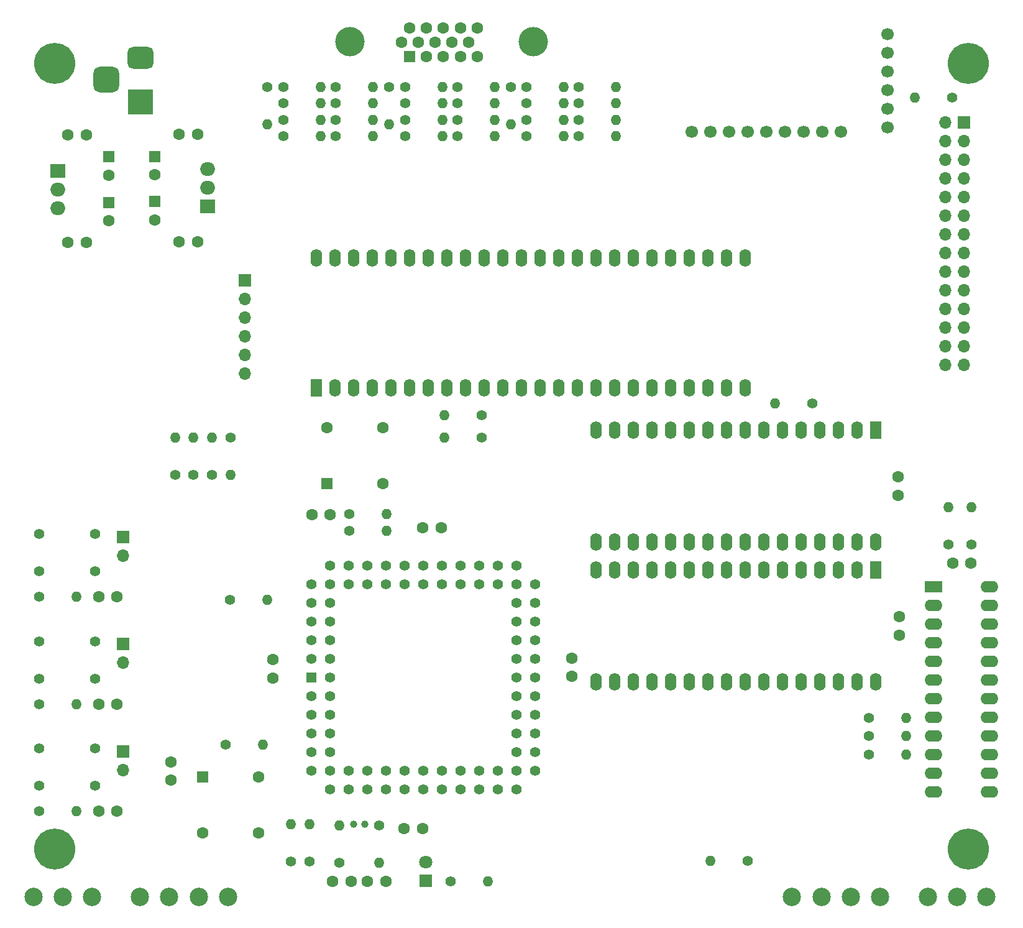
<source format=gbr>
%TF.GenerationSoftware,KiCad,Pcbnew,7.0.7*%
%TF.CreationDate,2024-02-01T01:26:26-05:00*%
%TF.ProjectId,Sentinel 65X - Prototype 3 Mini,53656e74-696e-4656-9c20-363558202d20,rev?*%
%TF.SameCoordinates,Original*%
%TF.FileFunction,Soldermask,Top*%
%TF.FilePolarity,Negative*%
%FSLAX46Y46*%
G04 Gerber Fmt 4.6, Leading zero omitted, Abs format (unit mm)*
G04 Created by KiCad (PCBNEW 7.0.7) date 2024-02-01 01:26:26*
%MOMM*%
%LPD*%
G01*
G04 APERTURE LIST*
G04 Aperture macros list*
%AMRoundRect*
0 Rectangle with rounded corners*
0 $1 Rounding radius*
0 $2 $3 $4 $5 $6 $7 $8 $9 X,Y pos of 4 corners*
0 Add a 4 corners polygon primitive as box body*
4,1,4,$2,$3,$4,$5,$6,$7,$8,$9,$2,$3,0*
0 Add four circle primitives for the rounded corners*
1,1,$1+$1,$2,$3*
1,1,$1+$1,$4,$5*
1,1,$1+$1,$6,$7*
1,1,$1+$1,$8,$9*
0 Add four rect primitives between the rounded corners*
20,1,$1+$1,$2,$3,$4,$5,0*
20,1,$1+$1,$4,$5,$6,$7,0*
20,1,$1+$1,$6,$7,$8,$9,0*
20,1,$1+$1,$8,$9,$2,$3,0*%
G04 Aperture macros list end*
%ADD10C,1.400000*%
%ADD11O,1.400000X1.400000*%
%ADD12C,1.600000*%
%ADD13R,1.800000X1.800000*%
%ADD14C,1.800000*%
%ADD15R,1.600000X2.400000*%
%ADD16O,1.600000X2.400000*%
%ADD17R,1.700000X1.700000*%
%ADD18O,1.700000X1.700000*%
%ADD19R,2.400000X1.600000*%
%ADD20O,2.400000X1.600000*%
%ADD21C,1.700000*%
%ADD22C,5.600000*%
%ADD23R,2.000000X1.905000*%
%ADD24O,2.000000X1.905000*%
%ADD25C,1.397000*%
%ADD26C,1.000000*%
%ADD27R,1.600000X1.600000*%
%ADD28R,1.422400X1.422400*%
%ADD29C,1.422400*%
%ADD30C,2.500000*%
%ADD31R,3.500000X3.500000*%
%ADD32RoundRect,0.750000X-1.000000X0.750000X-1.000000X-0.750000X1.000000X-0.750000X1.000000X0.750000X0*%
%ADD33RoundRect,0.875000X-0.875000X0.875000X-0.875000X-0.875000X0.875000X-0.875000X0.875000X0.875000X0*%
%ADD34C,4.000000*%
G04 APERTURE END LIST*
D10*
%TO.C,R32*%
X188345320Y-145781300D03*
D11*
X188345320Y-140701300D03*
%TD*%
D12*
%TO.C,C16*%
X171237727Y-99444243D03*
X168737727Y-99444243D03*
%TD*%
D13*
%TO.C,D1*%
X217512142Y-201092159D03*
D14*
X217512142Y-198552159D03*
%TD*%
D10*
%TO.C,R38*%
X199095000Y-198415001D03*
D11*
X199095000Y-193335001D03*
%TD*%
D10*
%TO.C,R27*%
X231183589Y-99659132D03*
D11*
X236263589Y-99659132D03*
%TD*%
D12*
%TO.C,C3*%
X217045000Y-193940000D03*
X214545000Y-193940000D03*
%TD*%
D10*
%TO.C,R40*%
X207072796Y-153443137D03*
D11*
X212152796Y-153443137D03*
%TD*%
D15*
%TO.C,U3*%
X278765000Y-139700000D03*
D16*
X276225000Y-139700000D03*
X273685000Y-139700000D03*
X271145000Y-139700000D03*
X268605000Y-139700000D03*
X266065000Y-139700000D03*
X263525000Y-139700000D03*
X260985000Y-139700000D03*
X258445000Y-139700000D03*
X255905000Y-139700000D03*
X253365000Y-139700000D03*
X250825000Y-139700000D03*
X248285000Y-139700000D03*
X245745000Y-139700000D03*
X243205000Y-139700000D03*
X240665000Y-139700000D03*
X240665000Y-154940000D03*
X243205000Y-154940000D03*
X245745000Y-154940000D03*
X248285000Y-154940000D03*
X250825000Y-154940000D03*
X253365000Y-154940000D03*
X255905000Y-154940000D03*
X258445000Y-154940000D03*
X260985000Y-154940000D03*
X263525000Y-154940000D03*
X266065000Y-154940000D03*
X268605000Y-154940000D03*
X271145000Y-154940000D03*
X273685000Y-154940000D03*
X276225000Y-154940000D03*
X278765000Y-154940000D03*
%TD*%
D17*
%TO.C,J7*%
X176225000Y-168830000D03*
D18*
X176225000Y-171370000D03*
%TD*%
D12*
%TO.C,C14*%
X172935000Y-162425000D03*
X175435000Y-162425000D03*
%TD*%
D10*
%TO.C,R8*%
X198052832Y-97422375D03*
D11*
X203132832Y-97422375D03*
%TD*%
D10*
%TO.C,R10*%
X212510000Y-92932650D03*
D11*
X212510000Y-98012650D03*
%TD*%
D10*
%TO.C,R39*%
X190205000Y-182560000D03*
D11*
X195285000Y-182560000D03*
%TD*%
D12*
%TO.C,C11*%
X201949961Y-151169553D03*
X204449961Y-151169553D03*
%TD*%
D10*
%TO.C,R47*%
X270170001Y-136085000D03*
D11*
X265090001Y-136085000D03*
%TD*%
D10*
%TO.C,R36*%
X277835000Y-183905000D03*
D11*
X282915000Y-183905000D03*
%TD*%
D10*
%TO.C,R52*%
X225071555Y-137681712D03*
D11*
X219991555Y-137681712D03*
%TD*%
D10*
%TO.C,R6*%
X205205171Y-97422375D03*
D11*
X210285171Y-97422375D03*
%TD*%
D10*
%TO.C,R18*%
X214701973Y-99659132D03*
D11*
X219781973Y-99659132D03*
%TD*%
D10*
%TO.C,R14*%
X214701973Y-95174830D03*
D11*
X219781973Y-95174830D03*
%TD*%
D10*
%TO.C,R45*%
X164805000Y-177030000D03*
D11*
X169885000Y-177030000D03*
%TD*%
D19*
%TO.C,U4*%
X286690000Y-161010000D03*
D20*
X286690000Y-163550000D03*
X286690000Y-166090000D03*
X286690000Y-168630000D03*
X286690000Y-171170000D03*
X286690000Y-173710000D03*
X286690000Y-176250000D03*
X286690000Y-178790000D03*
X286690000Y-181330000D03*
X286690000Y-183870000D03*
X286690000Y-186410000D03*
X286690000Y-188950000D03*
X294310000Y-188950000D03*
X294310000Y-186410000D03*
X294310000Y-183870000D03*
X294310000Y-181330000D03*
X294310000Y-178790000D03*
X294310000Y-176250000D03*
X294310000Y-173710000D03*
X294310000Y-171170000D03*
X294310000Y-168630000D03*
X294310000Y-166090000D03*
X294310000Y-163550000D03*
X294310000Y-161010000D03*
%TD*%
D10*
%TO.C,R22*%
X231183589Y-92932650D03*
D11*
X236263589Y-92932650D03*
%TD*%
D12*
%TO.C,C17*%
X168737726Y-114129243D03*
X171237726Y-114129243D03*
%TD*%
%TO.C,C20*%
X186375000Y-99349999D03*
X183875000Y-99349999D03*
%TD*%
D10*
%TO.C,R7*%
X205205171Y-99659132D03*
D11*
X210285171Y-99659132D03*
%TD*%
D21*
%TO.C,U6*%
X280385000Y-98420000D03*
X280385000Y-95880000D03*
X280385000Y-93340000D03*
X280385000Y-90800000D03*
X280385000Y-88260000D03*
X280385000Y-85720000D03*
X253715000Y-99055000D03*
X256255000Y-99055000D03*
X258795000Y-99055000D03*
X261335000Y-99055000D03*
X263875000Y-99055000D03*
X266415000Y-99055000D03*
X268955000Y-99055000D03*
X271495000Y-99055000D03*
X274035000Y-99055000D03*
%TD*%
D15*
%TO.C,U5*%
X202565000Y-133960000D03*
D16*
X205105000Y-133960000D03*
X207645000Y-133960000D03*
X210185000Y-133960000D03*
X212725000Y-133960000D03*
X215265000Y-133960000D03*
X217805000Y-133960000D03*
X220345000Y-133960000D03*
X222885000Y-133960000D03*
X225425000Y-133960000D03*
X227965000Y-133960000D03*
X230505000Y-133960000D03*
X233045000Y-133960000D03*
X235585000Y-133960000D03*
X238125000Y-133960000D03*
X240665000Y-133960000D03*
X243205000Y-133960000D03*
X245745000Y-133960000D03*
X248285000Y-133960000D03*
X250825000Y-133960000D03*
X253365000Y-133960000D03*
X255905000Y-133960000D03*
X258445000Y-133960000D03*
X260985000Y-133960000D03*
X260985000Y-116200000D03*
X258445000Y-116200000D03*
X255905000Y-116200000D03*
X253365000Y-116200000D03*
X250825000Y-116200000D03*
X248285000Y-116200000D03*
X245745000Y-116200000D03*
X243205000Y-116200000D03*
X240665000Y-116200000D03*
X238125000Y-116200000D03*
X235585000Y-116200000D03*
X233045000Y-116200000D03*
X230505000Y-116200000D03*
X227965000Y-116200000D03*
X225425000Y-116200000D03*
X222885000Y-116200000D03*
X220345000Y-116200000D03*
X217805000Y-116200000D03*
X215265000Y-116200000D03*
X212725000Y-116200000D03*
X210185000Y-116200000D03*
X207645000Y-116200000D03*
X205105000Y-116200000D03*
X202565000Y-116200000D03*
%TD*%
D12*
%TO.C,C12*%
X172935000Y-191635000D03*
X175435000Y-191635000D03*
%TD*%
D10*
%TO.C,R31*%
X185830319Y-145781300D03*
D11*
X185830319Y-140701300D03*
%TD*%
D12*
%TO.C,C2*%
X237385000Y-173229999D03*
X237385000Y-170729999D03*
%TD*%
D10*
%TO.C,R49*%
X288680000Y-155235000D03*
D11*
X288680000Y-150155000D03*
%TD*%
D10*
%TO.C,R44*%
X164805000Y-191635000D03*
D11*
X169885000Y-191635000D03*
%TD*%
D10*
%TO.C,R28*%
X205706901Y-198622178D03*
D11*
X205706901Y-193542178D03*
%TD*%
D12*
%TO.C,C10*%
X209537482Y-201188257D03*
X212037482Y-201188257D03*
%TD*%
D10*
%TO.C,R42*%
X289220000Y-94375000D03*
D11*
X284140000Y-94375000D03*
%TD*%
D22*
%TO.C,H3*%
X291365000Y-89765000D03*
%TD*%
D10*
%TO.C,R51*%
X220906936Y-201139928D03*
D11*
X225986936Y-201139928D03*
%TD*%
D23*
%TO.C,U7*%
X167332726Y-104384243D03*
D24*
X167332726Y-106924243D03*
X167332726Y-109464243D03*
%TD*%
D12*
%TO.C,C1*%
X219585000Y-152980000D03*
X217085000Y-152980000D03*
%TD*%
%TO.C,C21*%
X183875001Y-114035000D03*
X186375001Y-114035000D03*
%TD*%
%TO.C,C7*%
X289240000Y-157844999D03*
X291740000Y-157844999D03*
%TD*%
D10*
%TO.C,R16*%
X221832157Y-99659132D03*
D11*
X226912157Y-99659132D03*
%TD*%
D10*
%TO.C,R12*%
X221832157Y-95174830D03*
D11*
X226912157Y-95174830D03*
%TD*%
D25*
%TO.C,SW2*%
X164805000Y-168440000D03*
X172425000Y-168440000D03*
X164805000Y-173520000D03*
X172425000Y-173520000D03*
%TD*%
D10*
%TO.C,R26*%
X231183589Y-97422375D03*
D11*
X236263589Y-97422375D03*
%TD*%
D10*
%TO.C,R11*%
X221832157Y-92932650D03*
D11*
X226912157Y-92932650D03*
%TD*%
D25*
%TO.C,SW1*%
X164805000Y-183045000D03*
X172425000Y-183045000D03*
X164805000Y-188125000D03*
X172425000Y-188125000D03*
%TD*%
D12*
%TO.C,C4*%
X196640000Y-170940000D03*
X196640000Y-173440000D03*
%TD*%
D10*
%TO.C,R17*%
X214701973Y-97422375D03*
D11*
X219781973Y-97422375D03*
%TD*%
D10*
%TO.C,R25*%
X238346322Y-99659132D03*
D11*
X243426322Y-99659132D03*
%TD*%
D10*
%TO.C,R23*%
X231183589Y-95174830D03*
D11*
X236263589Y-95174830D03*
%TD*%
D10*
%TO.C,R33*%
X190860319Y-140701300D03*
D11*
X190860319Y-145781300D03*
%TD*%
D17*
%TO.C,J1*%
X290830000Y-97790000D03*
D18*
X288290000Y-97790000D03*
X290830000Y-100330000D03*
X288290000Y-100330000D03*
X290830000Y-102870000D03*
X288290000Y-102870000D03*
X290830000Y-105410000D03*
X288290000Y-105410000D03*
X290830000Y-107950000D03*
X288290000Y-107950000D03*
X290830000Y-110490000D03*
X288290000Y-110490000D03*
X290830000Y-113030000D03*
X288290000Y-113030000D03*
X290830000Y-115570000D03*
X288290000Y-115570000D03*
X290830000Y-118110000D03*
X288290000Y-118110000D03*
X290830000Y-120650000D03*
X288290000Y-120650000D03*
X290830000Y-123190000D03*
X288290000Y-123190000D03*
X290830000Y-125730000D03*
X288290000Y-125730000D03*
X290830000Y-128270000D03*
X288290000Y-128270000D03*
X290830000Y-130810000D03*
X288290000Y-130810000D03*
%TD*%
D10*
%TO.C,R4*%
X198052833Y-92932650D03*
D11*
X203132833Y-92932650D03*
%TD*%
D10*
%TO.C,R46*%
X164805000Y-162425000D03*
D11*
X169885000Y-162425000D03*
%TD*%
D10*
%TO.C,R15*%
X221832157Y-97422375D03*
D11*
X226912157Y-97422375D03*
%TD*%
D26*
%TO.C,X2*%
X207667592Y-193392178D03*
X209167592Y-193392178D03*
%TD*%
D22*
%TO.C,H2*%
X166905000Y-89765000D03*
%TD*%
D10*
%TO.C,R19*%
X229046622Y-92932650D03*
D11*
X229046622Y-98012650D03*
%TD*%
D12*
%TO.C,C5*%
X281990000Y-167625000D03*
X281990000Y-165125000D03*
%TD*%
D10*
%TO.C,R13*%
X214701973Y-92932650D03*
D11*
X219781973Y-92932650D03*
%TD*%
D27*
%TO.C,C19*%
X180540000Y-102420151D03*
D12*
X180540000Y-104920151D03*
%TD*%
D28*
%TO.C,U1*%
X201930000Y-173355000D03*
D29*
X204470000Y-173355000D03*
X201930000Y-175895000D03*
X204470000Y-175895000D03*
X201930000Y-178435000D03*
X204470000Y-178435000D03*
X201930000Y-180975000D03*
X204470000Y-180975000D03*
X201930000Y-183515000D03*
X204470000Y-183515000D03*
X201930000Y-186055000D03*
X204470000Y-188595000D03*
X204470000Y-186055000D03*
X207010000Y-188595000D03*
X207010000Y-186055000D03*
X209550000Y-188595000D03*
X209550000Y-186055000D03*
X212090000Y-188595000D03*
X212090000Y-186055000D03*
X214630000Y-188595000D03*
X214630000Y-186055000D03*
X217170000Y-188595000D03*
X217170000Y-186055000D03*
X219710000Y-188595000D03*
X219710000Y-186055000D03*
X222250000Y-188595000D03*
X222250000Y-186055000D03*
X224790000Y-188595000D03*
X224790000Y-186055000D03*
X227330000Y-188595000D03*
X227330000Y-186055000D03*
X229870000Y-188595000D03*
X232410000Y-186055000D03*
X229870000Y-186055000D03*
X232410000Y-183515000D03*
X229870000Y-183515000D03*
X232410000Y-180975000D03*
X229870000Y-180975000D03*
X232410000Y-178435000D03*
X229870000Y-178435000D03*
X232410000Y-175895000D03*
X229870000Y-175895000D03*
X232410000Y-173355000D03*
X229870000Y-173355000D03*
X232410000Y-170815000D03*
X229870000Y-170815000D03*
X232410000Y-168275000D03*
X229870000Y-168275000D03*
X232410000Y-165735000D03*
X229870000Y-165735000D03*
X232410000Y-163195000D03*
X229870000Y-163195000D03*
X232410000Y-160655000D03*
X229870000Y-158115000D03*
X229870000Y-160655000D03*
X227330000Y-158115000D03*
X227330000Y-160655000D03*
X224790000Y-158115000D03*
X224790000Y-160655000D03*
X222250000Y-158115000D03*
X222250000Y-160655000D03*
X219710000Y-158115000D03*
X219710000Y-160655000D03*
X217170000Y-158115000D03*
X217170000Y-160655000D03*
X214630000Y-158115000D03*
X214630000Y-160655000D03*
X212090000Y-158115000D03*
X212090000Y-160655000D03*
X209550000Y-158115000D03*
X209550000Y-160655000D03*
X207010000Y-158115000D03*
X207010000Y-160655000D03*
X204470000Y-158115000D03*
X201930000Y-160655000D03*
X204470000Y-160655000D03*
X201930000Y-163195000D03*
X204470000Y-163195000D03*
X201930000Y-165735000D03*
X204470000Y-165735000D03*
X201930000Y-168275000D03*
X204470000Y-168275000D03*
X201930000Y-170815000D03*
X204470000Y-170815000D03*
%TD*%
D10*
%TO.C,R30*%
X183315319Y-145781300D03*
D11*
X183315319Y-140701300D03*
%TD*%
D10*
%TO.C,R9*%
X198052832Y-99659132D03*
D11*
X203132832Y-99659132D03*
%TD*%
D27*
%TO.C,C18*%
X174262726Y-108702425D03*
D12*
X174262726Y-111202425D03*
%TD*%
D10*
%TO.C,R24*%
X238346322Y-97422375D03*
D11*
X243426322Y-97422375D03*
%TD*%
D10*
%TO.C,R53*%
X225071555Y-140677810D03*
D11*
X219991555Y-140677810D03*
%TD*%
D30*
%TO.C,J4*%
X267385000Y-203250000D03*
X271385000Y-203250000D03*
X275385000Y-203250000D03*
X279385000Y-203250000D03*
X285885000Y-203250000D03*
X289885000Y-203250000D03*
X293885000Y-203250000D03*
%TD*%
D31*
%TO.C,J9*%
X178655000Y-94950001D03*
D32*
X178655000Y-88950001D03*
D33*
X173955000Y-91950001D03*
%TD*%
D10*
%TO.C,R20*%
X238346322Y-92932650D03*
D11*
X243426322Y-92932650D03*
%TD*%
D22*
%TO.C,H4*%
X291365000Y-196750000D03*
%TD*%
D10*
%TO.C,R35*%
X277835000Y-181390000D03*
D11*
X282915000Y-181390000D03*
%TD*%
D15*
%TO.C,U2*%
X278765000Y-158750000D03*
D16*
X276225000Y-158750000D03*
X273685000Y-158750000D03*
X271145000Y-158750000D03*
X268605000Y-158750000D03*
X266065000Y-158750000D03*
X263525000Y-158750000D03*
X260985000Y-158750000D03*
X258445000Y-158750000D03*
X255905000Y-158750000D03*
X253365000Y-158750000D03*
X250825000Y-158750000D03*
X248285000Y-158750000D03*
X245745000Y-158750000D03*
X243205000Y-158750000D03*
X240665000Y-158750000D03*
X240665000Y-173990000D03*
X243205000Y-173990000D03*
X245745000Y-173990000D03*
X248285000Y-173990000D03*
X250825000Y-173990000D03*
X253365000Y-173990000D03*
X255905000Y-173990000D03*
X258445000Y-173990000D03*
X260985000Y-173990000D03*
X263525000Y-173990000D03*
X266065000Y-173990000D03*
X268605000Y-173990000D03*
X271145000Y-173990000D03*
X273685000Y-173990000D03*
X276225000Y-173990000D03*
X278765000Y-173990000D03*
%TD*%
D12*
%TO.C,C9*%
X207297703Y-201188257D03*
X204797703Y-201188257D03*
%TD*%
D10*
%TO.C,R50*%
X291830000Y-155235000D03*
D11*
X291830000Y-150155000D03*
%TD*%
D22*
%TO.C,H1*%
X166905000Y-196750000D03*
%TD*%
D10*
%TO.C,R5*%
X198052832Y-95174830D03*
D11*
X203132832Y-95174830D03*
%TD*%
D17*
%TO.C,J8*%
X176225000Y-154225000D03*
D18*
X176225000Y-156765000D03*
%TD*%
D17*
%TO.C,J6*%
X176225000Y-183435000D03*
D18*
X176225000Y-185975000D03*
%TD*%
D23*
%TO.C,U8*%
X187750000Y-109232500D03*
D24*
X187750000Y-106692500D03*
X187750000Y-104152500D03*
%TD*%
D10*
%TO.C,R34*%
X277835000Y-178875000D03*
D11*
X282915000Y-178875000D03*
%TD*%
D10*
%TO.C,R43*%
X190840000Y-162775000D03*
D11*
X195920000Y-162775000D03*
%TD*%
D27*
%TO.C,C22*%
X180540000Y-108570075D03*
D12*
X180540000Y-111070075D03*
%TD*%
D10*
%TO.C,R48*%
X261325000Y-198340000D03*
D11*
X256245000Y-198340000D03*
%TD*%
D12*
%TO.C,C8*%
X182787472Y-184868586D03*
X182787472Y-187368586D03*
%TD*%
D10*
%TO.C,R21*%
X238346322Y-95174830D03*
D11*
X243426322Y-95174830D03*
%TD*%
D10*
%TO.C,R3*%
X205205171Y-95174830D03*
D11*
X210285171Y-95174830D03*
%TD*%
D27*
%TO.C,C15*%
X174262727Y-102460834D03*
D12*
X174262727Y-104960834D03*
%TD*%
D27*
%TO.C,X3*%
X204037305Y-146957666D03*
D12*
X211657305Y-146957666D03*
X211657305Y-139337666D03*
X204037305Y-139337666D03*
%TD*%
D10*
%TO.C,R2*%
X205205171Y-92932650D03*
D11*
X210285171Y-92932650D03*
%TD*%
D34*
%TO.C,J2*%
X232125000Y-86795662D03*
X207125000Y-86795662D03*
D27*
X215310000Y-88845662D03*
D12*
X217600000Y-88845662D03*
X219890000Y-88845662D03*
X222180000Y-88845662D03*
X224470000Y-88845662D03*
X214165000Y-86865662D03*
X216455000Y-86865662D03*
X218745000Y-86865662D03*
X221035000Y-86865662D03*
X223325000Y-86865662D03*
X215310000Y-84885662D03*
X217600000Y-84885662D03*
X219890000Y-84885662D03*
X222180000Y-84885662D03*
X224470000Y-84885662D03*
%TD*%
D10*
%TO.C,R1*%
X195892390Y-92932650D03*
D11*
X195892390Y-98012650D03*
%TD*%
D12*
%TO.C,C13*%
X172935000Y-177030000D03*
X175435000Y-177030000D03*
%TD*%
D30*
%TO.C,J3*%
X190550000Y-203250000D03*
X186550000Y-203250000D03*
X182550000Y-203250000D03*
X178550000Y-203250000D03*
X172050000Y-203250000D03*
X168050000Y-203250000D03*
X164050000Y-203250000D03*
%TD*%
D17*
%TO.C,J5*%
X192820000Y-119300000D03*
D18*
X192820000Y-121840000D03*
X192820000Y-124380000D03*
X192820000Y-126920000D03*
X192820000Y-129460000D03*
X192820000Y-132000000D03*
%TD*%
D12*
%TO.C,C6*%
X281830000Y-148575000D03*
X281830000Y-146075000D03*
%TD*%
D25*
%TO.C,SW3*%
X164805000Y-153835000D03*
X172425000Y-153835000D03*
X164805000Y-158915000D03*
X172425000Y-158915000D03*
%TD*%
D10*
%TO.C,R29*%
X211128283Y-193542178D03*
D11*
X211128283Y-198622178D03*
%TD*%
D10*
%TO.C,R41*%
X207057673Y-151106949D03*
D11*
X212137673Y-151106949D03*
%TD*%
D27*
%TO.C,X1*%
X187050000Y-186965000D03*
D12*
X187050000Y-194585000D03*
X194670000Y-194585000D03*
X194670000Y-186965000D03*
%TD*%
D10*
%TO.C,R37*%
X201660000Y-198415000D03*
D11*
X201660000Y-193335000D03*
%TD*%
M02*

</source>
